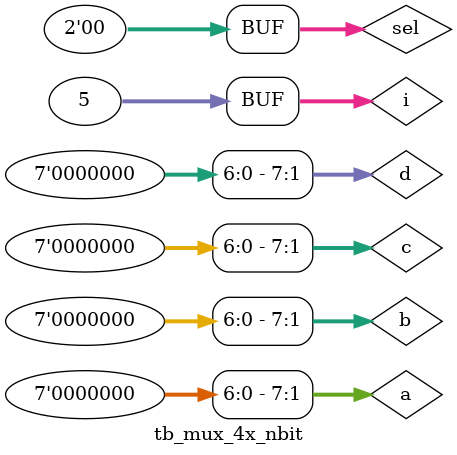
<source format=v>
`timescale 1us/1ns
module tb_mux_4x_nbit(
    // no inputs here ;)
    );
	
   parameter BUS_WIDTH = 8;
   reg [BUS_WIDTH-1:0] a;
   reg [BUS_WIDTH-1:0] b;
   reg [BUS_WIDTH-1:0] c;
   reg [BUS_WIDTH-1:0] d;
   reg [1:0] sel;
   wire [BUS_WIDTH-1:0] y;
   integer i;


    // Instantiate the DUT 
    mux_4x_nbit1
        #(.BUS_WIDTH(BUS_WIDTH))
        MUX0 (
        .a(a),
        .b(b),
        .c(c),
        .d(d),
        .sel(sel),
        .y(y)
    );
  
    // Create stimulus
    initial begin
        $monitor($time, " a = %d, b = %d, c = %d, d = %d, sel = %d, y = %d", 
                 a, b, c, d, sel, y);
        #1; sel = 0; a = 0; b = 0; c = 0; d = 0;
        for (i = 0; i<5; i=i+1) begin
            #1; sel = i[1:0]; a = $urandom; b = $urandom; c = $urandom; d = $urandom;  // sel=$urandom()%4 ; > 0,1,2,3
        end
    end
  
endmodule
</source>
